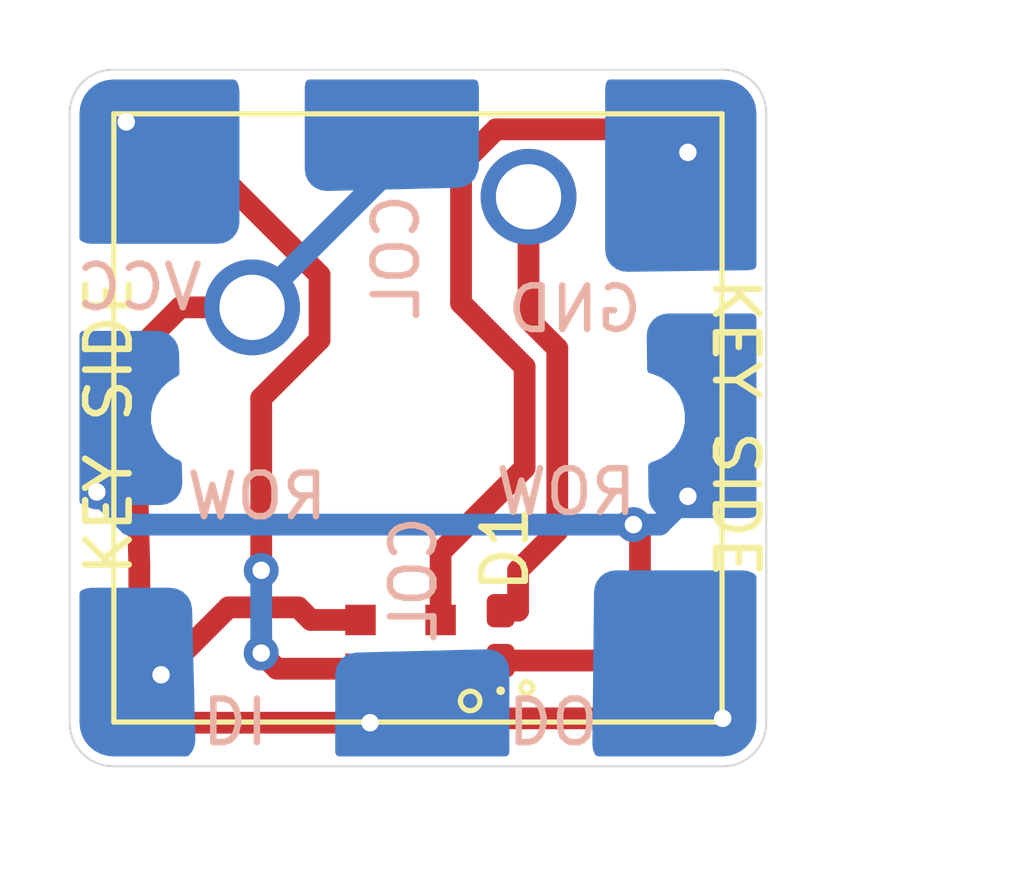
<source format=kicad_pcb>
(kicad_pcb (version 20171130) (host pcbnew "(5.1.9-0-10_14)")

  (general
    (thickness 1.6)
    (drawings 28)
    (tracks 62)
    (zones 0)
    (modules 3)
    (nets 8)
  )

  (page A4)
  (layers
    (0 F.Cu signal)
    (31 B.Cu signal)
    (32 B.Adhes user)
    (33 F.Adhes user)
    (34 B.Paste user)
    (35 F.Paste user)
    (36 B.SilkS user)
    (37 F.SilkS user)
    (38 B.Mask user)
    (39 F.Mask user)
    (40 Dwgs.User user)
    (41 Cmts.User user)
    (42 Eco1.User user)
    (43 Eco2.User user)
    (44 Edge.Cuts user)
    (45 Margin user)
    (46 B.CrtYd user)
    (47 F.CrtYd user)
    (48 B.Fab user)
    (49 F.Fab user)
  )

  (setup
    (last_trace_width 0.25)
    (user_trace_width 0.5)
    (trace_clearance 0.2)
    (zone_clearance 0.2)
    (zone_45_only no)
    (trace_min 0.2)
    (via_size 0.8)
    (via_drill 0.4)
    (via_min_size 0.4)
    (via_min_drill 0.3)
    (uvia_size 0.3)
    (uvia_drill 0.1)
    (uvias_allowed no)
    (uvia_min_size 0.2)
    (uvia_min_drill 0.1)
    (edge_width 0.05)
    (segment_width 0.2)
    (pcb_text_width 0.3)
    (pcb_text_size 1.5 1.5)
    (mod_edge_width 0.12)
    (mod_text_size 1 1)
    (mod_text_width 0.15)
    (pad_size 4 4)
    (pad_drill 4)
    (pad_to_mask_clearance 0)
    (aux_axis_origin 0 0)
    (visible_elements FFFFFF7F)
    (pcbplotparams
      (layerselection 0x010fc_ffffffff)
      (usegerberextensions false)
      (usegerberattributes true)
      (usegerberadvancedattributes true)
      (creategerberjobfile true)
      (excludeedgelayer true)
      (linewidth 0.100000)
      (plotframeref false)
      (viasonmask false)
      (mode 1)
      (useauxorigin false)
      (hpglpennumber 1)
      (hpglpenspeed 20)
      (hpglpendiameter 15.000000)
      (psnegative false)
      (psa4output false)
      (plotreference true)
      (plotvalue true)
      (plotinvisibletext false)
      (padsonsilk false)
      (subtractmaskfromsilk false)
      (outputformat 1)
      (mirror false)
      (drillshape 0)
      (scaleselection 1)
      (outputdirectory ""))
  )

  (net 0 "")
  (net 1 VCC)
  (net 2 DI)
  (net 3 GND)
  (net 4 DO)
  (net 5 COL)
  (net 6 "Net-(D1-Pad2)")
  (net 7 ROW)

  (net_class Default "This is the default net class."
    (clearance 0.2)
    (trace_width 0.25)
    (via_dia 0.8)
    (via_drill 0.4)
    (uvia_dia 0.3)
    (uvia_drill 0.1)
    (add_net COL)
    (add_net DI)
    (add_net DO)
    (add_net GND)
    (add_net "Net-(D1-Pad2)")
    (add_net ROW)
    (add_net VCC)
  )

  (module Diode_SMD:D_0402_1005Metric_Pad0.77x0.64mm_HandSolder (layer F.Cu) (tedit 61480FE5) (tstamp 614F9941)
    (at 1.9 5 90)
    (descr "Diode SMD 0402 (1005 Metric), square (rectangular) end terminal, IPC_7351 nominal, (Body size source: http://www.tortai-tech.com/upload/download/2011102023233369053.pdf), generated with kicad-footprint-generator")
    (tags "diode handsolder")
    (path /614F9BFF)
    (attr smd)
    (fp_text reference D1 (at 2 0.1 90) (layer F.SilkS)
      (effects (font (size 1 1) (thickness 0.15)))
    )
    (fp_text value D (at 0.2 1.4 90) (layer F.Fab)
      (effects (font (size 1 1) (thickness 0.15)))
    )
    (fp_circle (center -1.265 0) (end -1.215 0) (layer F.SilkS) (width 0.1))
    (fp_line (start -0.5 0.25) (end -0.5 -0.25) (layer F.Fab) (width 0.1))
    (fp_line (start -0.5 -0.25) (end 0.5 -0.25) (layer F.Fab) (width 0.1))
    (fp_line (start 0.5 -0.25) (end 0.5 0.25) (layer F.Fab) (width 0.1))
    (fp_line (start 0.5 0.25) (end -0.5 0.25) (layer F.Fab) (width 0.1))
    (fp_line (start -0.4 0.25) (end -0.4 -0.25) (layer F.Fab) (width 0.1))
    (fp_line (start -0.3 0.25) (end -0.3 -0.25) (layer F.Fab) (width 0.1))
    (fp_line (start -1.1 0.47) (end -1.1 -0.47) (layer F.CrtYd) (width 0.05))
    (fp_line (start -1.1 -0.47) (end 1.1 -0.47) (layer F.CrtYd) (width 0.05))
    (fp_line (start 1.1 -0.47) (end 1.1 0.47) (layer F.CrtYd) (width 0.05))
    (fp_line (start 1.1 0.47) (end -1.1 0.47) (layer F.CrtYd) (width 0.05))
    (fp_text user %R (at 0 0 90) (layer F.Fab)
      (effects (font (size 0.25 0.25) (thickness 0.04)))
    )
    (pad 2 smd roundrect (at 0.5725 0 90) (size 0.765 0.64) (layers F.Cu F.Paste F.Mask) (roundrect_rratio 0.25)
      (net 6 "Net-(D1-Pad2)"))
    (pad 1 smd roundrect (at -0.5725 0 90) (size 0.765 0.64) (layers F.Cu F.Paste F.Mask) (roundrect_rratio 0.25)
      (net 7 ROW))
    (model ${KISYS3DMOD}/LED_SMD.3dshapes/LED_0402_1005Metric.step
      (at (xyz 0 0 0))
      (scale (xyz 1 1 1))
      (rotate (xyz 0 0 0))
    )
  )

  (module cherry:SW_Cherry_MX_1.00u_PCB (layer F.Cu) (tedit 5A02FE24) (tstamp 614F8441)
    (at 2.54 -5.08)
    (descr "Cherry MX keyswitch, 1.00u, PCB mount, http://cherryamericas.com/wp-content/uploads/2014/12/mx_cat.pdf")
    (tags "Cherry MX keyswitch 1.00u PCB")
    (path /614F0979)
    (fp_text reference SW1 (at -2.34 5.28) (layer F.SilkS)
      (effects (font (size 1 1) (thickness 0.15)))
    )
    (fp_text value SW_Push (at 10.55 4.675 90) (layer F.Fab)
      (effects (font (size 1 1) (thickness 0.15)))
    )
    (fp_line (start -8.89 -1.27) (end 3.81 -1.27) (layer F.Fab) (width 0.1))
    (fp_line (start 3.81 -1.27) (end 3.81 11.43) (layer F.Fab) (width 0.1))
    (fp_line (start 3.81 11.43) (end -8.89 11.43) (layer F.Fab) (width 0.1))
    (fp_line (start -8.89 11.43) (end -8.89 -1.27) (layer F.Fab) (width 0.1))
    (fp_line (start -9.14 11.68) (end -9.14 -1.52) (layer F.CrtYd) (width 0.05))
    (fp_line (start 4.06 11.68) (end -9.14 11.68) (layer F.CrtYd) (width 0.05))
    (fp_line (start 4.06 -1.52) (end 4.06 11.68) (layer F.CrtYd) (width 0.05))
    (fp_line (start -9.14 -1.52) (end 4.06 -1.52) (layer F.CrtYd) (width 0.05))
    (fp_line (start -12.065 -4.445) (end 6.985 -4.445) (layer Dwgs.User) (width 0.15))
    (fp_line (start 6.985 -4.445) (end 6.985 14.605) (layer Dwgs.User) (width 0.15))
    (fp_line (start 6.985 14.605) (end -12.065 14.605) (layer Dwgs.User) (width 0.15))
    (fp_line (start -12.065 14.605) (end -12.065 -4.445) (layer Dwgs.User) (width 0.15))
    (fp_line (start -9.525 -1.905) (end 4.445 -1.905) (layer F.SilkS) (width 0.12))
    (fp_line (start 4.445 -1.905) (end 4.445 12.065) (layer F.SilkS) (width 0.12))
    (fp_line (start 4.445 12.065) (end -9.525 12.065) (layer F.SilkS) (width 0.12))
    (fp_line (start -9.525 12.065) (end -9.525 -1.905) (layer F.SilkS) (width 0.12))
    (fp_text user %R (at -2.54 5.18) (layer F.Fab)
      (effects (font (size 1 1) (thickness 0.15)))
    )
    (pad "" np_thru_hole circle (at 2.54 5.08) (size 1.7 1.7) (drill 1.7) (layers *.Cu *.Mask))
    (pad "" np_thru_hole circle (at -7.62 5.08) (size 1.7 1.7) (drill 1.7) (layers *.Cu *.Mask))
    (pad "" np_thru_hole circle (at -2.54 5.08) (size 4 4) (drill 4) (layers *.Cu *.Mask))
    (pad 2 thru_hole circle (at -6.35 2.54) (size 2.2 2.2) (drill 1.5) (layers *.Cu *.Mask)
      (net 5 COL))
    (pad 1 thru_hole circle (at 0 0) (size 2.2 2.2) (drill 1.5) (layers *.Cu *.Mask)
      (net 6 "Net-(D1-Pad2)"))
    (model /Users/wingtangwong/Documents/KICAD/LIBRARY/3D-MODELS/cherry-mx-1.snapshot.3/asm_mx_asm_PCB.stp
      (offset (xyz -2.25 -4.75 5.5))
      (scale (xyz 1 1 1))
      (rotate (xyz 0 180 -90))
    )
  )

  (module WingCustomParts:ws2812b-2020-2.0mmx2.0mm (layer F.Cu) (tedit 61480F0C) (tstamp 614F5DAA)
    (at -0.4 5.2)
    (path /614F2C22)
    (attr smd)
    (fp_text reference WS1 (at 0 -4.5) (layer F.SilkS)
      (effects (font (size 1 1) (thickness 0.15)))
    )
    (fp_text value WS2812B-2020-JLCPCB (at 11.04 -4.175 90) (layer F.Fab)
      (effects (font (size 1 1) (thickness 0.15)))
    )
    (fp_line (start 1.4 -1.1) (end 1.3 -1.1) (layer F.CrtYd) (width 0.02))
    (fp_line (start 1.4 1.1) (end 1.4 -1.1) (layer F.CrtYd) (width 0.02))
    (fp_line (start -1.4 1.1) (end 1.4 1.1) (layer F.CrtYd) (width 0.02))
    (fp_line (start -1.4 -1.1) (end -1.4 1.1) (layer F.CrtYd) (width 0.02))
    (fp_line (start 1.3 -1.1) (end -1.4 -1.1) (layer F.CrtYd) (width 0.02))
    (fp_poly (pts (xy 0.55 1) (xy 0.35 1) (xy 0.35 -1) (xy 0.55 -1)) (layer Dwgs.User) (width 0.02))
    (fp_line (start -0.55 1) (end 0.55 1) (layer Dwgs.User) (width 0.02))
    (fp_line (start -0.55 -1) (end -0.55 1) (layer Dwgs.User) (width 0.02))
    (fp_line (start 0.55 -1) (end -0.55 -1) (layer Dwgs.User) (width 0.02))
    (fp_line (start 1.265 -0.2) (end 1.265 0.2) (layer Dwgs.User) (width 0.02))
    (fp_line (start -1.265 -0.2) (end -1.265 0.2) (layer Dwgs.User) (width 0.02))
    (fp_line (start 1.265 0.2) (end -1.265 0.2) (layer Dwgs.User) (width 0.02))
    (fp_line (start 0.55 -1) (end 0.55 1) (layer Dwgs.User) (width 0.02))
    (fp_line (start -1.265 -0.2) (end 1.265 -0.2) (layer Dwgs.User) (width 0.02))
    (pad 4 smd rect (at -0.92 0.56 180) (size 0.7 0.7) (layers F.Cu F.Paste F.Mask)
      (net 1 VCC))
    (pad 3 smd rect (at -0.92 -0.56 180) (size 0.7 0.7) (layers F.Cu F.Paste F.Mask)
      (net 2 DI))
    (pad 2 smd rect (at 0.92 -0.56 180) (size 0.7 0.7) (layers F.Cu F.Paste F.Mask)
      (net 3 GND))
    (pad 1 smd rect (at 0.92 0.56 180) (size 0.7 0.7) (layers F.Cu F.Paste F.Mask)
      (net 4 DO))
    (model /Users/wingtangwong/Documents/KICAD/LIBRARY/3D-MODELS/ws2812c-2020-led-1.snapshot.7/LED_WS2812_2020.step
      (at (xyz 0 0 0))
      (scale (xyz 1 1 1))
      (rotate (xyz 0 0 0))
    )
  )

  (gr_circle (center 2.5 6.2) (end 2.6 6.3) (layer F.SilkS) (width 0.12))
  (gr_circle (center 1.2 6.5) (end 1.4 6.6) (layer F.SilkS) (width 0.12))
  (gr_poly (pts (xy -5.35 1.45) (xy -5.5 1.8) (xy -7.6 1.85) (xy -7.6 -1.85) (xy -5.45 -1.85)) (layer B.Mask) (width 0.1) (tstamp 614F9005))
  (gr_poly (pts (xy 7.55 7.25) (xy 7.4 7.6) (xy 4.2 7.65) (xy 4.275 3.7) (xy 7.525 3.7)) (layer B.Mask) (width 0.1) (tstamp 614F9005))
  (gr_poly (pts (xy 1.55 5.35) (xy 1.9 5.5) (xy 1.95 7.6) (xy -1.75 7.6) (xy -1.75 5.45)) (layer B.Mask) (width 0.1) (tstamp 614F9005))
  (gr_poly (pts (xy -5.35 7.35) (xy -5.5 7.7) (xy -7.6 7.75) (xy -7.6 4.05) (xy -5.45 4.05)) (layer B.Mask) (width 0.1) (tstamp 614F8FFF))
  (gr_text DO (at 3.1 6.9 180) (layer B.SilkS) (tstamp 614F8FE4)
    (effects (font (size 1 1) (thickness 0.15)) (justify mirror))
  )
  (gr_text DI (at -4.2 6.9 180) (layer B.SilkS) (tstamp 614F8FDB)
    (effects (font (size 1 1) (thickness 0.15)) (justify mirror))
  )
  (gr_text "COL\n" (at -0.1 3.7 90) (layer B.SilkS) (tstamp 614F8FDB)
    (effects (font (size 1 1) (thickness 0.15)) (justify mirror))
  )
  (gr_text ROW (at -3.7 1.8) (layer B.SilkS)
    (effects (font (size 1 1) (thickness 0.15)) (justify mirror))
  )
  (gr_text ROW (at 3.4 1.7) (layer B.SilkS)
    (effects (font (size 1 1) (thickness 0.15)) (justify mirror))
  )
  (gr_text GND (at 3.6 -2.5) (layer B.SilkS)
    (effects (font (size 1 1) (thickness 0.15)) (justify mirror))
  )
  (gr_text "COL\n" (at -0.5 -3.7 90) (layer B.SilkS)
    (effects (font (size 1 1) (thickness 0.15)) (justify mirror))
  )
  (gr_text "VCC\n" (at -6.4 -3) (layer B.SilkS)
    (effects (font (size 1 1) (thickness 0.15)) (justify mirror))
  )
  (gr_poly (pts (xy 7.7 1.2) (xy 7.6 2.3) (xy 5.45 2.3) (xy 5.4 -2.3) (xy 7.75 -2.3)) (layer B.Mask) (width 0.1) (tstamp 614F8F1A))
  (gr_poly (pts (xy 1.4 -6.3) (xy 1 -5.9) (xy -2.5 -5.9) (xy -2.5 -7.8) (xy 1.3 -7.8)) (layer B.Mask) (width 0.1) (tstamp 614F8F1A))
  (gr_poly (pts (xy 4.6875 -3.425) (xy 4.3125 -4.1) (xy 4.35 -7.7) (xy 7.7 -7.7) (xy 7.7 -3.5)) (layer B.Mask) (width 0.1) (tstamp 614F8F1A))
  (gr_poly (pts (xy -4.1 -4.5) (xy -4.5 -4.1) (xy -7.8 -4.05) (xy -7.8 -7.75) (xy -4.2 -7.8)) (layer B.Mask) (width 0.1))
  (gr_text "KEY SIDE" (at 7.3 0.225 270) (layer F.SilkS) (tstamp 614F86C4)
    (effects (font (size 1 1) (thickness 0.15)))
  )
  (gr_text "KEY SIDE" (at -7.1 0.175 90) (layer F.SilkS)
    (effects (font (size 1 1) (thickness 0.15)))
  )
  (gr_arc (start -7 7) (end -8 7) (angle -90) (layer Edge.Cuts) (width 0.05) (tstamp 614F8647))
  (gr_arc (start 7 7) (end 7 8) (angle -90) (layer Edge.Cuts) (width 0.05) (tstamp 614F8647))
  (gr_arc (start 7 -7) (end 8 -7) (angle -90) (layer Edge.Cuts) (width 0.05) (tstamp 614F8647))
  (gr_arc (start -7 -7) (end -7 -8) (angle -90) (layer Edge.Cuts) (width 0.05))
  (gr_line (start -8 -7) (end -8 7) (layer Edge.Cuts) (width 0.05))
  (gr_line (start -7 8) (end 7 8) (layer Edge.Cuts) (width 0.05))
  (gr_line (start 8 -7) (end 8 7) (layer Edge.Cuts) (width 0.05))
  (gr_line (start -7 -8) (end 7 -8) (layer Edge.Cuts) (width 0.05))

  (via (at -3.6 5.4) (size 0.8) (drill 0.4) (layers F.Cu B.Cu) (net 1))
  (segment (start -3.53 5.47) (end -3.6 5.4) (width 0.5) (layer F.Cu) (net 1))
  (via (at -6.7 -6.8) (size 0.8) (drill 0.4) (layers F.Cu B.Cu) (net 1))
  (segment (start -6.524999 -6.624999) (end -6.7 -6.8) (width 0.5) (layer F.Cu) (net 1))
  (via (at -3.6 3.5) (size 0.8) (drill 0.4) (layers F.Cu B.Cu) (net 1))
  (segment (start -3.6 5.4) (end -3.6 3.5) (width 0.5) (layer B.Cu) (net 1))
  (segment (start -2.259999 -1.795999) (end -2.259999 -3.284001) (width 0.5) (layer F.Cu) (net 1))
  (segment (start -3.6 -0.455998) (end -2.259999 -1.795999) (width 0.5) (layer F.Cu) (net 1))
  (segment (start -2.259999 -3.284001) (end -4.575998 -5.6) (width 0.5) (layer F.Cu) (net 1))
  (segment (start -3.6 3.5) (end -3.6 -0.455998) (width 0.5) (layer F.Cu) (net 1))
  (segment (start -5.5 -5.6) (end -6.7 -6.8) (width 0.5) (layer F.Cu) (net 1))
  (segment (start -4.575998 -5.6) (end -5.5 -5.6) (width 0.5) (layer F.Cu) (net 1))
  (segment (start -3.24 5.76) (end -3.6 5.4) (width 0.5) (layer F.Cu) (net 1))
  (segment (start -1.32 5.76) (end -3.24 5.76) (width 0.5) (layer F.Cu) (net 1))
  (segment (start -5.9 5.9) (end -4.35 4.35) (width 0.5) (layer F.Cu) (net 2))
  (via (at -5.9 5.9) (size 0.8) (drill 0.4) (layers F.Cu B.Cu) (net 2))
  (segment (start -4.35 4.35) (end -2.75 4.35) (width 0.5) (layer F.Cu) (net 2))
  (segment (start -2.46 4.64) (end -2.75 4.35) (width 0.5) (layer F.Cu) (net 2))
  (segment (start -1.32 4.64) (end -2.46 4.64) (width 0.5) (layer F.Cu) (net 2))
  (via (at 6.2 -6.1) (size 0.8) (drill 0.4) (layers F.Cu B.Cu) (net 3))
  (segment (start 1.795999 -6.630001) (end 5.669999 -6.630001) (width 0.5) (layer F.Cu) (net 3))
  (segment (start 2.450001 -1.176001) (end 0.989999 -2.636003) (width 0.5) (layer F.Cu) (net 3))
  (segment (start 2.450001 1.149999) (end 2.450001 -1.176001) (width 0.5) (layer F.Cu) (net 3))
  (segment (start 0.52 3.08) (end 2.450001 1.149999) (width 0.5) (layer F.Cu) (net 3))
  (segment (start 0.989999 -2.636003) (end 0.989999 -5.824001) (width 0.5) (layer F.Cu) (net 3))
  (segment (start 5.669999 -6.630001) (end 6.2 -6.1) (width 0.5) (layer F.Cu) (net 3))
  (segment (start 0.989999 -5.824001) (end 1.795999 -6.630001) (width 0.5) (layer F.Cu) (net 3))
  (segment (start 0.52 4.64) (end 0.52 3.08) (width 0.5) (layer F.Cu) (net 3))
  (via (at 7 6.9) (size 0.8) (drill 0.4) (layers F.Cu B.Cu) (net 4))
  (segment (start 2.8 6.9) (end 7 6.9) (width 0.5) (layer F.Cu) (net 4))
  (segment (start 0.8 6.9) (end 2.8 6.9) (width 0.5) (layer F.Cu) (net 4))
  (segment (start 0.52 6.62) (end 0.8 6.9) (width 0.5) (layer F.Cu) (net 4))
  (segment (start 0.52 5.76) (end 0.52 6.62) (width 0.5) (layer F.Cu) (net 4))
  (segment (start -0.71 -7.09) (end -0.7 -5.65) (width 0.5) (layer B.Cu) (net 5))
  (segment (start -3.81 -2.54) (end -0.7 -5.65) (width 0.5) (layer B.Cu) (net 5))
  (segment (start -5.46 -2.54) (end -3.81 -2.54) (width 0.5) (layer F.Cu) (net 5))
  (segment (start -6.524999 -1.475001) (end -5.46 -2.54) (width 0.5) (layer F.Cu) (net 5))
  (segment (start -6.4 3.4) (end -6.524999 -1.475001) (width 0.5) (layer F.Cu) (net 5))
  (segment (start -6.4 4.5) (end -6.4 3.4) (width 0.5) (layer F.Cu) (net 5))
  (segment (start -7 5.1) (end -6.4 4.5) (width 0.5) (layer F.Cu) (net 5))
  (segment (start -7 6.4) (end -7 5.1) (width 0.5) (layer F.Cu) (net 5))
  (segment (start -6.4 7) (end -7 6.4) (width 0.5) (layer F.Cu) (net 5))
  (segment (start -1.1 7) (end -6.4 7) (width 0.5) (layer F.Cu) (net 5))
  (segment (start 0.29 7.01) (end -1.1 7) (width 0.5) (layer B.Cu) (net 5))
  (via (at -1.1 7) (size 0.8) (drill 0.4) (layers F.Cu B.Cu) (net 5))
  (segment (start 2.54 -5.08) (end 2.54 -2.26) (width 0.5) (layer F.Cu) (net 6))
  (segment (start 2.54 -2.26) (end 3.2 -1.6) (width 0.5) (layer F.Cu) (net 6))
  (segment (start 2.3 3.5) (end 3.2 2.6) (width 0.5) (layer F.Cu) (net 6))
  (segment (start 2.3 4.4275) (end 2.3 3.5) (width 0.5) (layer F.Cu) (net 6))
  (segment (start 3.2 -1.6) (end 3.2 2.6) (width 0.5) (layer F.Cu) (net 6))
  (segment (start 1.9 4.4275) (end 2.3 4.4275) (width 0.5) (layer F.Cu) (net 6))
  (via (at 6.2 1.8) (size 0.8) (drill 0.4) (layers F.Cu B.Cu) (net 7))
  (via (at -7.375 1.7) (size 0.8) (drill 0.4) (layers F.Cu B.Cu) (net 7))
  (segment (start -6.624999 2.450001) (end -7.375 1.7) (width 0.5) (layer B.Cu) (net 7))
  (segment (start 6.2 1.8) (end 5.549999 2.450001) (width 0.5) (layer B.Cu) (net 7))
  (segment (start 4.950001 2.450001) (end -6.624999 2.450001) (width 0.5) (layer B.Cu) (net 7))
  (segment (start 5.549999 2.450001) (end 4.950001 2.450001) (width 0.5) (layer B.Cu) (net 7))
  (via (at 4.950001 2.450001) (size 0.8) (drill 0.4) (layers F.Cu B.Cu) (net 7))
  (segment (start 5.1 2.6) (end 4.950001 2.450001) (width 0.5) (layer F.Cu) (net 7))
  (segment (start 5.1 5.1) (end 5.1 2.6) (width 0.5) (layer F.Cu) (net 7))
  (segment (start 4.6275 5.5725) (end 5.1 5.1) (width 0.5) (layer F.Cu) (net 7))
  (segment (start 1.9 5.5725) (end 4.6275 5.5725) (width 0.5) (layer F.Cu) (net 7))

  (zone (net 7) (net_name ROW) (layer B.Cu) (tstamp 614F9995) (hatch edge 0.508)
    (connect_pads (clearance 0.2))
    (min_thickness 0.2)
    (fill yes (arc_segments 32) (thermal_gap 0.508) (thermal_bridge_width 0.508) (smoothing fillet) (radius 0.5))
    (polygon
      (pts
        (xy -5.4 2) (xy -8.3 2) (xy -8.3 -2) (xy -5.5 -2)
      )
    )
    (filled_polygon
      (pts
        (xy -5.866319 -1.879886) (xy -5.756488 -1.824958) (xy -5.668576 -1.739216) (xy -5.610921 -1.630795) (xy -5.587587 -1.502256)
        (xy -5.576013 -1.039295) (xy -5.624729 -1.019116) (xy -5.813082 -0.893263) (xy -5.973263 -0.733082) (xy -6.099116 -0.544729)
        (xy -6.185806 -0.335443) (xy -6.23 -0.113265) (xy -6.23 0.113265) (xy -6.185806 0.335443) (xy -6.099116 0.544729)
        (xy -5.973263 0.733082) (xy -5.813082 0.893263) (xy -5.624729 1.019116) (xy -5.523505 1.061045) (xy -5.512947 1.483351)
        (xy -5.525078 1.595244) (xy -5.563741 1.693769) (xy -5.626938 1.778663) (xy -5.710228 1.843964) (xy -5.807754 1.885077)
        (xy -5.919314 1.9) (xy -7.675 1.9) (xy -7.675 -1.9) (xy -5.995402 -1.9)
      )
    )
  )
  (zone (net 7) (net_name ROW) (layer B.Cu) (tstamp 614F9992) (hatch edge 0.508)
    (connect_pads (clearance 0.2))
    (min_thickness 0.2)
    (fill yes (arc_segments 32) (thermal_gap 0.508) (thermal_bridge_width 0.508) (smoothing fillet) (radius 0.5))
    (polygon
      (pts
        (xy 5.25 -2.4) (xy 8.15 -2.4) (xy 8.1 2.3) (xy 5.3 2.3)
      )
    )
    (filled_polygon
      (pts
        (xy 7.675 -2.295103) (xy 7.675001 2.190035) (xy 7.598782 2.2) (xy 5.801218 2.2) (xy 5.692085 2.185731)
        (xy 5.596364 2.146379) (xy 5.513971 2.083736) (xy 5.450461 2.002023) (xy 5.410091 1.906719) (xy 5.394662 1.797747)
        (xy 5.38736 1.111392) (xy 5.415443 1.105806) (xy 5.624729 1.019116) (xy 5.813082 0.893263) (xy 5.973263 0.733082)
        (xy 6.099116 0.544729) (xy 6.185806 0.335443) (xy 6.23 0.113265) (xy 6.23 -0.113265) (xy 6.185806 -0.335443)
        (xy 6.099116 -0.544729) (xy 5.973263 -0.733082) (xy 5.813082 -0.893263) (xy 5.624729 -1.019116) (xy 5.415443 -1.105806)
        (xy 5.363664 -1.116106) (xy 5.35544 -1.889145) (xy 5.368921 -1.99988) (xy 5.408287 -2.097103) (xy 5.471628 -2.18072)
        (xy 5.554561 -2.244942) (xy 5.651364 -2.285342) (xy 5.761946 -2.3) (xy 7.638054 -2.3)
      )
    )
  )
  (zone (net 5) (net_name COL) (layer B.Cu) (tstamp 614F998F) (hatch edge 0.508)
    (connect_pads (clearance 0.2))
    (min_thickness 0.2)
    (fill yes (arc_segments 32) (thermal_gap 0.508) (thermal_bridge_width 0.508) (smoothing fillet) (radius 0.5))
    (polygon
      (pts
        (xy -2.6 -5.2) (xy -2.6 -8.1) (xy 1.4 -8.1) (xy 1.4 -5.3)
      )
    )
    (filled_polygon
      (pts
        (xy 1.3 -7.593441) (xy 1.3 -5.795402) (xy 1.287348 -5.714208) (xy 1.219848 -5.551249) (xy 1.139216 -5.468576)
        (xy 1.030795 -5.410921) (xy 0.902256 -5.387587) (xy -2.083351 -5.312947) (xy -2.195244 -5.325078) (xy -2.293769 -5.363741)
        (xy -2.378663 -5.426938) (xy -2.443964 -5.510228) (xy -2.485077 -5.607754) (xy -2.5 -5.719314) (xy -2.5 -7.593441)
        (xy -2.489263 -7.675) (xy 1.289263 -7.675)
      )
    )
  )
  (zone (net 5) (net_name COL) (layer B.Cu) (tstamp 614F998C) (hatch edge 0.508)
    (connect_pads (clearance 0.2))
    (min_thickness 0.2)
    (fill yes (arc_segments 32) (thermal_gap 0.508) (thermal_bridge_width 0.508) (smoothing fillet) (radius 0.5))
    (polygon
      (pts
        (xy 2.1 5.3) (xy 2.1 8.2) (xy -1.9 8.2) (xy -1.9 5.4)
      )
    )
    (filled_polygon
      (pts
        (xy 1.695244 5.425078) (xy 1.793769 5.463741) (xy 1.878663 5.526938) (xy 1.943964 5.610228) (xy 1.985077 5.707754)
        (xy 2 5.819314) (xy 2 7.675) (xy -1.8 7.675) (xy -1.8 5.895402) (xy -1.779886 5.766319)
        (xy -1.724958 5.656488) (xy -1.639216 5.568576) (xy -1.530795 5.510921) (xy -1.402256 5.487587) (xy 1.583351 5.412947)
      )
    )
  )
  (zone (net 3) (net_name GND) (layer B.Cu) (tstamp 614F9989) (hatch edge 0.508)
    (connect_pads (clearance 0.2))
    (min_thickness 0.2)
    (fill yes (arc_segments 32) (thermal_gap 0.508) (thermal_bridge_width 0.508) (smoothing fillet) (radius 0.5))
    (polygon
      (pts
        (xy 8.1 -3.4) (xy 4.3 -3.35) (xy 4.3 -8.05) (xy 8 -8.1)
      )
    )
    (filled_polygon
      (pts
        (xy 7.130805 -7.660616) (xy 7.256629 -7.622627) (xy 7.372675 -7.560924) (xy 7.474532 -7.477852) (xy 7.55831 -7.376582)
        (xy 7.620819 -7.260973) (xy 7.659686 -7.135414) (xy 7.675 -6.989715) (xy 7.675 -3.505943) (xy 7.588066 -3.493272)
        (xy 4.811875 -3.456744) (xy 4.700931 -3.46999) (xy 4.603479 -3.509234) (xy 4.519641 -3.572549) (xy 4.455227 -3.65555)
        (xy 4.414705 -3.752475) (xy 4.4 -3.86323) (xy 4.4 -7.550214) (xy 4.414217 -7.659149) (xy 4.42072 -7.675)
        (xy 6.984103 -7.675)
      )
    )
  )
  (zone (net 1) (net_name VCC) (layer B.Cu) (tstamp 614F9986) (hatch edge 0.508)
    (connect_pads (clearance 0.2))
    (min_thickness 0.2)
    (fill yes (arc_segments 32) (thermal_gap 0.508) (thermal_bridge_width 0.508) (smoothing fillet) (radius 0.5))
    (polygon
      (pts
        (xy -4.1 -4) (xy -8 -4) (xy -8 -8) (xy -4.1 -8)
      )
    )
    (filled_polygon
      (pts
        (xy -4.214464 -7.603307) (xy -4.2 -7.493441) (xy -4.2 -4.506559) (xy -4.214464 -4.396693) (xy -4.254336 -4.300433)
        (xy -4.317768 -4.217768) (xy -4.400433 -4.154336) (xy -4.496693 -4.114464) (xy -4.606559 -4.1) (xy -7.493441 -4.1)
        (xy -7.603307 -4.114464) (xy -7.675 -4.14416) (xy -7.675 -6.984103) (xy -7.660616 -7.130805) (xy -7.622627 -7.256629)
        (xy -7.560924 -7.372675) (xy -7.477852 -7.474532) (xy -7.376582 -7.55831) (xy -7.260973 -7.620819) (xy -7.135414 -7.659686)
        (xy -6.989715 -7.675) (xy -4.24416 -7.675)
      )
    )
  )
  (zone (net 4) (net_name DO) (layer B.Cu) (tstamp 614F9983) (hatch edge 0.508)
    (connect_pads (clearance 0.2))
    (min_thickness 0.2)
    (fill yes (arc_segments 32) (thermal_gap 0.508) (thermal_bridge_width 0.508) (smoothing fillet) (radius 0.5))
    (polygon
      (pts
        (xy 8 8) (xy 4 8) (xy 4.05 3.5) (xy 7.95 3.5)
      )
    )
    (filled_polygon
      (pts
        (xy 7.558119 3.614261) (xy 7.65382 3.653591) (xy 7.675001 3.669688) (xy 7.675001 6.984094) (xy 7.660616 7.130805)
        (xy 7.622627 7.256629) (xy 7.560924 7.372675) (xy 7.477853 7.474531) (xy 7.376586 7.558307) (xy 7.260973 7.620819)
        (xy 7.13541 7.659687) (xy 6.989716 7.675) (xy 4.149568 7.675) (xy 4.119121 7.599725) (xy 4.105684 7.488959)
        (xy 4.144428 4.002059) (xy 4.159899 3.893129) (xy 4.20029 3.79787) (xy 4.263807 3.716194) (xy 4.34618 3.653591)
        (xy 4.441881 3.614261) (xy 4.550987 3.6) (xy 7.449013 3.6)
      )
    )
  )
  (zone (net 2) (net_name DI) (layer B.Cu) (tstamp 614F9980) (hatch edge 0.508)
    (connect_pads (clearance 0.2))
    (min_thickness 0.2)
    (fill yes (arc_segments 32) (thermal_gap 0.508) (thermal_bridge_width 0.508) (smoothing fillet) (radius 0.5))
    (polygon
      (pts
        (xy -5.1 7.9) (xy -8 7.9) (xy -8 3.9) (xy -5.2 3.9)
      )
    )
    (filled_polygon
      (pts
        (xy -5.566319 4.020114) (xy -5.456488 4.075042) (xy -5.368576 4.160784) (xy -5.310921 4.269205) (xy -5.287587 4.397744)
        (xy -5.212947 7.383351) (xy -5.225078 7.495244) (xy -5.263741 7.593769) (xy -5.324211 7.675) (xy -6.984104 7.675)
        (xy -7.130805 7.660616) (xy -7.256629 7.622627) (xy -7.372675 7.560924) (xy -7.474531 7.477853) (xy -7.558307 7.376586)
        (xy -7.620819 7.260973) (xy -7.659687 7.13541) (xy -7.675 6.989716) (xy -7.675 4.04416) (xy -7.603307 4.014464)
        (xy -7.493441 4) (xy -5.695402 4)
      )
    )
  )
)

</source>
